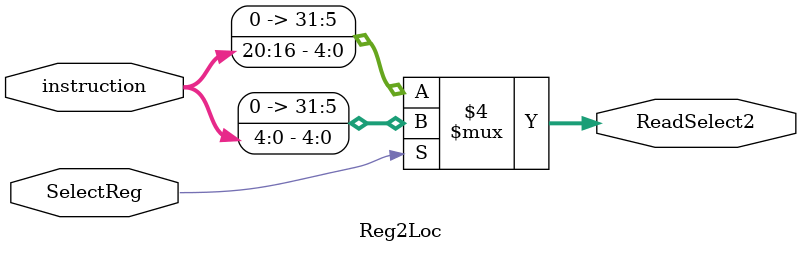
<source format=v>
`timescale 1ns / 1ps

module Reg2Loc(SelectReg,instruction,ReadSelect2);

input SelectReg;
input [31:0]instruction;
output reg [31:0]ReadSelect2;

always@(SelectReg)
    begin
        if (SelectReg==0)
            ReadSelect2=instruction[20:16];
        else
            ReadSelect2=instruction[4:0];
    end

endmodule


//module Reg2Loc(instruction, RReg1, RReg2, WReg, Reg2Lock);

//    input [31:0] instruction;
//    input Reg2Lock ;
    
//    output reg [4:0] RReg1, RReg2, WReg;
       
//    always @(instruction, Reg2Lock)
//    begin
//        if ( Reg2Lock == 1)
//        begin
//            RReg1 = instruction[9:5];
//            RReg2 = instruction[4:0];
//            WReg = instruction[4:0];
//        end
        
//        else if ( Reg2Lock == 0)
//        begin
//            RReg1 = instruction[9:5];
//            RReg2 = instruction[20:16];
//            WReg = instruction[4:0];
//        end
//    end
//endmodule

</source>
